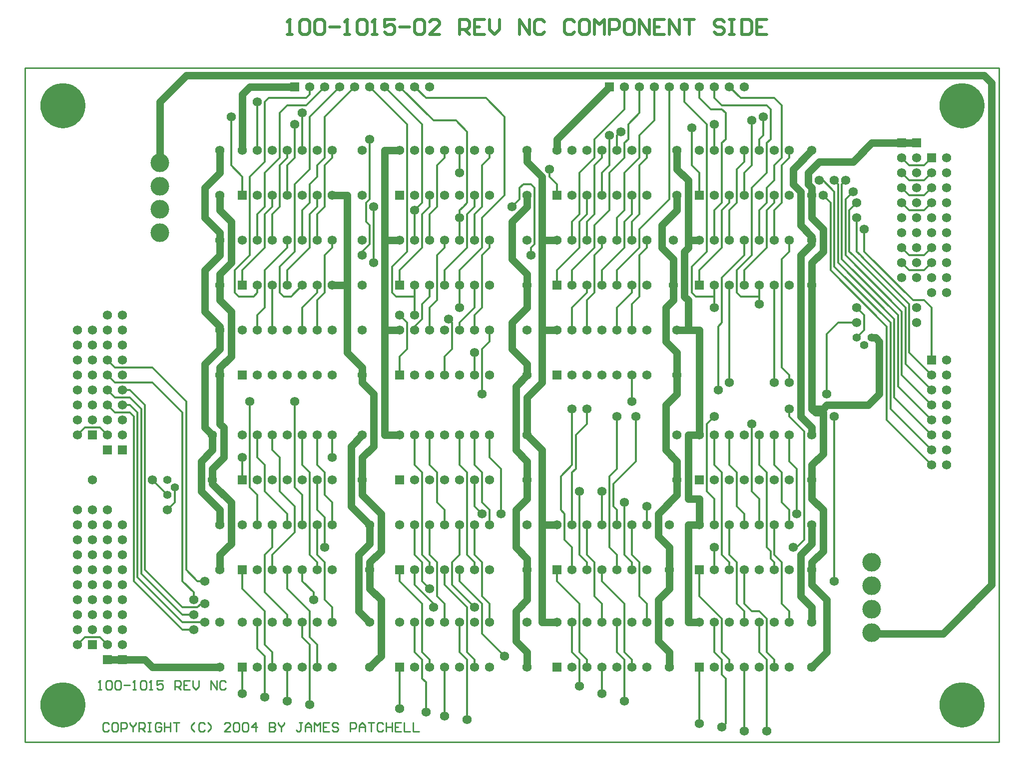
<source format=gtl>
*%FSLAX23Y23*%
*%MOIN*%
G01*
%ADD11C,0.007*%
%ADD12C,0.008*%
%ADD13C,0.010*%
%ADD14C,0.012*%
%ADD15C,0.020*%
%ADD16C,0.032*%
%ADD17C,0.036*%
%ADD18C,0.050*%
%ADD19C,0.052*%
%ADD20C,0.055*%
%ADD21C,0.056*%
%ADD22C,0.061*%
%ADD23C,0.062*%
%ADD24C,0.068*%
%ADD25C,0.070*%
%ADD26C,0.090*%
%ADD27C,0.125*%
%ADD28C,0.131*%
%ADD29C,0.140*%
%ADD30C,0.160*%
%ADD31C,0.250*%
%ADD32R,0.062X0.062*%
%ADD33R,0.068X0.068*%
D13*
X7486Y7128D02*
X7386Y7228D01*
X7046Y5828D02*
X7026D01*
X7036D02*
X7046D01*
X7036D02*
Y5888D01*
X7037D01*
X7036D02*
X7026Y5878D01*
X7076D02*
X7086Y5888D01*
X7106D01*
X7116Y5878D01*
Y5838D01*
X7106Y5828D01*
X7086D01*
X7076Y5838D01*
Y5878D01*
X7136D02*
X7146Y5888D01*
X7166D01*
X7176Y5878D01*
Y5838D01*
X7166Y5828D01*
X7146D01*
X7136Y5838D01*
Y5878D01*
X7196Y5858D02*
X7236D01*
X7256Y5828D02*
X7276D01*
X7266D01*
Y5888D01*
X7267D01*
X7266D02*
X7256Y5878D01*
X7306D02*
X7316Y5888D01*
X7336D01*
X7346Y5878D01*
Y5838D01*
X7336Y5828D01*
X7316D01*
X7306Y5838D01*
Y5878D01*
X7366Y5828D02*
X7386D01*
X7376D01*
Y5888D01*
X7377D01*
X7376D02*
X7366Y5878D01*
X7416Y5888D02*
X7456D01*
X7416D02*
Y5858D01*
X7436Y5868D01*
X7446D01*
X7456Y5858D01*
Y5838D01*
X7446Y5828D01*
X7426D01*
X7416Y5838D01*
X7536Y5828D02*
Y5888D01*
X7566D01*
X7576Y5878D01*
Y5858D01*
X7566Y5848D01*
X7536D01*
X7556D02*
X7576Y5828D01*
X7596Y5888D02*
X7636D01*
X7596D02*
Y5828D01*
X7636D01*
X7616Y5858D02*
X7596D01*
X7656Y5848D02*
Y5888D01*
Y5848D02*
X7676Y5828D01*
X7696Y5848D01*
Y5888D01*
X7776D02*
Y5828D01*
X7816D02*
X7776Y5888D01*
X7816D02*
Y5828D01*
X7876Y5878D02*
X7866Y5888D01*
X7846D01*
X7836Y5878D01*
Y5838D01*
X7846Y5828D01*
X7866D01*
X7876Y5838D01*
X7096Y5598D02*
X7086Y5608D01*
X7066D01*
X7056Y5598D01*
Y5558D01*
X7066Y5548D01*
X7086D01*
X7096Y5558D01*
X7126Y5608D02*
X7146D01*
X7126D02*
X7116Y5598D01*
Y5558D01*
X7126Y5548D01*
X7146D01*
X7156Y5558D01*
Y5598D01*
X7146Y5608D01*
X7176D02*
Y5548D01*
Y5608D02*
X7206D01*
X7216Y5598D01*
Y5578D01*
X7206Y5568D01*
X7176D01*
X7236Y5598D02*
Y5608D01*
Y5598D02*
X7256Y5578D01*
X7276Y5598D01*
Y5608D01*
X7256Y5578D02*
Y5548D01*
X7296D02*
Y5608D01*
X7326D01*
X7336Y5598D01*
Y5578D01*
X7326Y5568D01*
X7296D01*
X7316D02*
X7336Y5548D01*
X7356Y5608D02*
X7376D01*
X7366D01*
Y5548D01*
X7356D01*
X7376D01*
X7436Y5608D02*
X7446Y5598D01*
X7436Y5608D02*
X7416D01*
X7406Y5598D01*
Y5558D01*
X7416Y5548D01*
X7436D01*
X7446Y5558D01*
Y5578D01*
X7426D01*
X7466Y5608D02*
Y5548D01*
Y5578D01*
X7506D01*
Y5608D01*
Y5548D01*
X7526Y5608D02*
X7566D01*
X7546D01*
Y5548D01*
X7646Y5568D02*
X7666Y5548D01*
X7646Y5568D02*
Y5588D01*
X7666Y5608D01*
X7726D02*
X7736Y5598D01*
X7726Y5608D02*
X7706D01*
X7696Y5598D01*
Y5558D01*
X7706Y5548D01*
X7726D01*
X7736Y5558D01*
X7756Y5548D02*
X7776Y5568D01*
Y5588D01*
X7756Y5608D01*
X7866Y5548D02*
X7906D01*
X7866D02*
X7906Y5588D01*
Y5598D01*
X7896Y5608D01*
X7876D01*
X7866Y5598D01*
X7926D02*
X7936Y5608D01*
X7956D01*
X7966Y5598D01*
Y5558D01*
X7956Y5548D01*
X7936D01*
X7926Y5558D01*
Y5598D01*
X7986D02*
X7996Y5608D01*
X8016D01*
X8026Y5598D01*
Y5558D01*
X8016Y5548D01*
X7996D01*
X7986Y5558D01*
Y5598D01*
X8076Y5608D02*
Y5548D01*
X8046Y5578D02*
X8076Y5608D01*
X8086Y5578D02*
X8046D01*
X8166Y5608D02*
Y5548D01*
X8196D01*
X8206Y5558D01*
Y5568D01*
X8196Y5578D01*
X8166D01*
X8167D01*
X8166D02*
X8167D01*
X8166D02*
X8167D01*
X8166D02*
X8196D01*
X8206Y5588D01*
Y5598D01*
X8196Y5608D01*
X8166D01*
X8226D02*
Y5598D01*
X8246Y5578D01*
X8266Y5598D01*
Y5608D01*
X8246Y5578D02*
Y5548D01*
X8366Y5608D02*
X8386D01*
X8376D02*
X8366D01*
X8376D02*
Y5558D01*
X8366Y5548D01*
X8356D01*
X8346Y5558D01*
X8406Y5548D02*
Y5588D01*
X8426Y5608D01*
X8446Y5588D01*
Y5548D01*
Y5578D01*
X8406D01*
X8466Y5548D02*
Y5608D01*
X8486Y5588D01*
X8506Y5608D01*
Y5548D01*
X8526Y5608D02*
X8566D01*
X8526D02*
Y5548D01*
X8566D01*
X8546Y5578D02*
X8526D01*
X8615Y5608D02*
X8625Y5598D01*
X8615Y5608D02*
X8596D01*
X8586Y5598D01*
Y5588D01*
X8596Y5578D01*
X8615D01*
X8625Y5568D01*
Y5558D01*
X8615Y5548D01*
X8596D01*
X8586Y5558D01*
X8705Y5548D02*
Y5608D01*
X8735D01*
X8745Y5598D01*
Y5578D01*
X8735Y5568D01*
X8705D01*
X8765Y5548D02*
Y5588D01*
X8785Y5608D01*
X8805Y5588D01*
Y5548D01*
Y5578D01*
X8765D01*
X8825Y5608D02*
X8865D01*
X8845D01*
Y5548D01*
X8915Y5608D02*
X8925Y5598D01*
X8915Y5608D02*
X8895D01*
X8885Y5598D01*
Y5558D01*
X8895Y5548D01*
X8915D01*
X8925Y5558D01*
X8945Y5548D02*
Y5608D01*
Y5578D02*
Y5548D01*
Y5578D02*
X8985D01*
Y5608D01*
Y5548D01*
X9005Y5608D02*
X9045D01*
X9005D02*
Y5548D01*
X9045D01*
X9025Y5578D02*
X9005D01*
X9065Y5608D02*
Y5548D01*
X9105D01*
X9125D02*
Y5608D01*
Y5548D02*
X9165D01*
X6536Y5478D02*
Y9978D01*
X13036D02*
Y5478D01*
Y9978D02*
X6536D01*
Y5478D02*
X13036D01*
D14*
X9086Y9603D02*
X8836Y9853D01*
X8936D02*
X9186Y9603D01*
X9261Y9628D02*
X9036Y9853D01*
X9611Y9778D02*
X9736Y9653D01*
X12136Y8753D02*
X12461Y8428D01*
X12436Y8403D02*
X12136Y8703D01*
X12061Y8728D02*
X12411Y8378D01*
X12386Y8353D02*
X12011Y8728D01*
X11986Y8703D02*
X12361Y8328D01*
X12336Y8303D02*
X11961Y8678D01*
X11936Y8653D02*
X12311Y8278D01*
X12286Y8253D02*
X11911Y8628D01*
X12436Y8078D02*
X12586Y7928D01*
Y7828D02*
X12411Y8003D01*
X11036Y6453D02*
X11186Y6303D01*
X10536Y6403D02*
X10386Y6553D01*
X10236Y6403D02*
X10086Y6553D01*
X9186Y6403D02*
X9036Y6553D01*
X8286Y7003D02*
X8136Y7153D01*
X8286Y6503D02*
X8436Y6353D01*
X8286Y6328D02*
X8136Y6478D01*
Y6353D02*
X7986Y6503D01*
X12386Y7928D02*
X12586Y7728D01*
Y7628D02*
X12361Y7853D01*
X12336Y7778D02*
X12586Y7528D01*
Y7428D02*
X12311Y7703D01*
X12286Y7628D02*
X12586Y7328D01*
X11086Y9603D02*
X10936Y9753D01*
X7411Y6403D02*
X7261Y6553D01*
X9586Y6203D02*
X9736Y6053D01*
X7561Y6303D02*
X7286Y6578D01*
X9386Y6528D02*
X9536Y6378D01*
X9586Y6403D02*
X9436Y6553D01*
X9336Y6528D02*
X9486Y6378D01*
X7586Y6328D02*
X7311Y6603D01*
X9136Y6528D02*
X9261Y6403D01*
X7586Y6378D02*
X7336Y6628D01*
X7586Y7678D02*
X7386Y7878D01*
Y7978D02*
X7611Y7753D01*
X8536Y9653D02*
X8736Y9853D01*
X8636D02*
X8436Y9653D01*
X8286Y8778D02*
X8136Y8628D01*
X8411Y9728D02*
X8536Y9853D01*
X9586Y8778D02*
X9436Y8628D01*
X9586Y8978D02*
X9736Y9128D01*
X10336Y9503D02*
X10536Y9703D01*
X10336Y8778D02*
X10186Y8628D01*
X10486D02*
X10636Y8778D01*
Y8903D02*
X10836Y9103D01*
X11336Y8628D02*
X11486Y8778D01*
X11186D02*
X11036Y8628D01*
X10536Y8778D02*
X10386Y8628D01*
X10236Y8778D02*
X10086Y8628D01*
X9486Y8778D02*
X9336Y8628D01*
X9186Y8778D02*
X9036Y8628D01*
X8436Y8778D02*
X8286Y8628D01*
X8136Y8778D02*
X7986Y8628D01*
X11186Y8578D02*
X11336Y8728D01*
X10611Y7353D02*
X10461Y7203D01*
X8336Y6878D02*
X8186Y6728D01*
X6936Y6178D02*
X6886Y6128D01*
Y7528D02*
X6936Y7578D01*
X7036Y6178D02*
X7086Y6128D01*
Y7528D02*
X7036Y7578D01*
X7136Y7678D02*
X7086Y7728D01*
X7136Y7778D02*
X7086Y7828D01*
X7136Y7878D02*
X7086Y7928D01*
X7136Y7978D02*
X7086Y8028D01*
X7036Y6178D02*
X6936D01*
X7586Y6228D02*
X7661D01*
X7261Y6553D02*
Y7653D01*
X7286Y7678D02*
Y6578D01*
X7261Y7653D02*
X7236Y7678D01*
Y7728D02*
X7286Y7678D01*
X7311Y7703D02*
X7236Y7778D01*
Y7828D02*
X7336Y7728D01*
X11386Y6353D02*
X11436D01*
X7736Y6278D02*
X7586D01*
Y6328D02*
X7661D01*
X7686Y6378D02*
X7586D01*
X7711Y6403D02*
X7736D01*
X7311Y6603D02*
Y7703D01*
X7336Y7728D02*
Y6628D01*
X7411Y6403D02*
X7486Y6328D01*
X7586Y6228D01*
X7486Y7028D02*
X7536Y7078D01*
X7686Y6553D02*
X7736D01*
X7536Y7078D02*
Y7178D01*
X7586Y7678D02*
Y6553D01*
X7661Y6478D02*
Y6428D01*
X7611Y6628D02*
Y7753D01*
X7561Y6303D02*
X7586Y6278D01*
X7661Y6478D02*
X7586Y6553D01*
X7611Y6628D02*
X7686Y6553D01*
X7711Y6403D02*
X7686Y6378D01*
X11661Y6778D02*
X11686D01*
X7936Y8478D02*
Y8628D01*
X8036Y8728D02*
Y9253D01*
X7986Y7378D02*
Y7228D01*
Y6628D02*
Y6503D01*
Y8528D02*
Y8628D01*
Y9128D02*
Y9253D01*
Y5978D02*
Y5803D01*
X8036Y7178D02*
Y7753D01*
X7911Y9328D02*
Y9653D01*
X7936Y8478D02*
X7961Y8453D01*
X7986Y9253D02*
X7911Y9328D01*
X8036Y7178D02*
X8086Y7128D01*
X8061Y8453D02*
X8086Y8478D01*
X7936Y8628D02*
X8036Y8728D01*
Y9253D02*
X8136Y9353D01*
X8236Y8653D02*
Y8478D01*
X8136Y8378D02*
Y8628D01*
X8086Y8328D02*
Y8228D01*
X8186D02*
Y8528D01*
X8086Y8828D02*
Y9003D01*
X8136Y9053D02*
Y9278D01*
X8236Y9378D02*
Y9678D01*
X8086Y8528D02*
Y8478D01*
X8136Y9353D02*
Y9753D01*
X8186Y6728D02*
Y6628D01*
X8136Y7153D02*
Y7278D01*
X8186Y6928D02*
Y6778D01*
X8136Y6728D02*
Y6478D01*
Y6353D02*
Y6128D01*
X8186Y6078D02*
Y5978D01*
X8236Y9053D02*
Y9328D01*
X8186Y9003D02*
Y8828D01*
X8136Y8778D02*
Y9003D01*
X8186Y9053D02*
Y9128D01*
X8136Y6053D02*
Y5778D01*
X8086Y6103D02*
Y6278D01*
X8136Y7278D02*
Y7328D01*
X8086Y7378D02*
Y7528D01*
X8236Y7378D02*
Y7153D01*
X8186Y7428D02*
Y7528D01*
X8086Y7128D02*
Y6928D01*
Y9428D02*
Y9753D01*
X8236Y8478D02*
X8261Y8453D01*
X8136Y6128D02*
X8186Y6078D01*
X8136Y6053D02*
X8086Y6103D01*
X8136Y7328D02*
X8086Y7378D01*
X8236Y7153D02*
X8336Y7053D01*
X8236Y7378D02*
X8186Y7428D01*
X8236Y8653D02*
X8336Y8753D01*
X8136Y8378D02*
X8086Y8328D01*
Y9003D02*
X8136Y9053D01*
Y9278D02*
X8236Y9378D01*
Y9678D02*
X8286Y9728D01*
X8161Y9778D02*
X8136Y9753D01*
X8186Y6778D02*
X8136Y6728D01*
X8236Y9328D02*
X8286Y9378D01*
X8236Y9053D02*
X8186Y9003D01*
X8136D02*
X8186Y9053D01*
X8386Y9028D02*
Y8828D01*
X8436Y9078D02*
Y9203D01*
X8336D02*
Y8753D01*
X8436Y9303D02*
Y9653D01*
X8386Y9678D02*
Y9428D01*
X8336Y9378D02*
Y9603D01*
X8436Y9803D02*
Y9853D01*
X8286Y7003D02*
Y6928D01*
X8436Y6728D02*
Y7278D01*
X8386Y7328D02*
Y7528D01*
X8286Y6628D02*
Y6503D01*
X8436Y6353D02*
Y6178D01*
X8286Y6278D02*
Y6328D01*
X8436Y8778D02*
Y9003D01*
X8286Y8628D02*
Y8528D01*
Y9378D02*
Y9428D01*
Y8828D02*
Y8778D01*
X8386Y8378D02*
Y8228D01*
X8286Y9128D02*
Y9328D01*
X8436Y6128D02*
Y5728D01*
X8386Y6178D02*
Y6278D01*
X8286Y5978D02*
Y5753D01*
X8386Y6928D02*
Y7128D01*
X8336Y7053D02*
Y6878D01*
Y7178D02*
Y7753D01*
X8461Y6478D02*
Y6428D01*
X8386Y6553D02*
Y6628D01*
X8436Y6728D02*
X8486Y6678D01*
X8436Y7278D02*
X8386Y7328D01*
X8436Y6178D02*
X8486Y6128D01*
X8436D02*
X8386Y6178D01*
Y7128D02*
X8336Y7178D01*
X8386Y6553D02*
X8461Y6478D01*
X8386Y9028D02*
X8436Y9078D01*
Y9203D02*
X8486Y9253D01*
X8386Y8528D02*
X8311Y8453D01*
X8336Y9203D02*
X8436Y9303D01*
X8411Y9778D02*
X8436Y9803D01*
X8486Y9053D02*
X8436Y9003D01*
X8486Y8478D02*
X8386Y8378D01*
X8286Y9328D02*
X8336Y9378D01*
X7036Y7578D02*
X6936D01*
X8486Y9253D02*
Y9328D01*
X8536Y9378D02*
Y9653D01*
Y6978D02*
Y6778D01*
X8486Y7028D02*
Y7228D01*
Y6678D02*
Y6628D01*
Y7328D02*
Y7528D01*
X8536Y7278D02*
Y7128D01*
X8586Y7078D02*
Y6928D01*
X8486D02*
Y6728D01*
X8536Y6678D02*
Y6428D01*
X8586Y6378D02*
Y6278D01*
X8486Y6128D02*
Y5978D01*
X8536Y9053D02*
Y9328D01*
X8486Y9003D02*
Y8828D01*
X8586Y9378D02*
Y9428D01*
X8486Y9128D02*
Y9053D01*
Y8528D02*
Y8478D01*
X8536D02*
Y8728D01*
X8486Y8428D02*
Y8228D01*
X8586Y8778D02*
Y8828D01*
Y7528D02*
Y7378D01*
X8486Y7028D02*
X8536Y6978D01*
Y7278D02*
X8486Y7328D01*
X8536Y7128D02*
X8586Y7078D01*
X8486Y6728D02*
X8536Y6678D01*
Y6428D02*
X8586Y6378D01*
X8486Y9328D02*
X8536Y9378D01*
Y9328D02*
X8586Y9378D01*
X8536Y9053D02*
X8486Y9003D01*
X8586Y8778D02*
X8536Y8728D01*
Y8478D02*
X8486Y8428D01*
X7236Y7678D02*
X7136D01*
X7186Y7728D02*
X7236D01*
Y7778D02*
X7136D01*
X8861Y8678D02*
Y9053D01*
X8811Y9078D02*
Y8953D01*
X8836Y9103D02*
Y9503D01*
Y8928D02*
Y8803D01*
X8786Y8753D02*
Y8728D01*
X8836Y8928D02*
X8811Y8953D01*
Y9078D02*
X8836Y9103D01*
Y8803D02*
X8786Y8753D01*
X7236Y7828D02*
X7186D01*
X7136Y7878D02*
X7386D01*
Y7978D02*
X7136D01*
X8986Y8478D02*
Y8653D01*
X9036Y8053D02*
Y7928D01*
Y6628D02*
Y6553D01*
Y8528D02*
Y8628D01*
Y5978D02*
Y5703D01*
X9011Y8453D02*
X8986Y8478D01*
X9036Y8328D02*
X9086Y8278D01*
X8986Y8653D02*
X9086Y8753D01*
Y8103D02*
X9036Y8053D01*
X9136Y8453D02*
Y8528D01*
Y8328D01*
X9086Y8753D02*
Y9603D01*
X9186D02*
Y9078D01*
X9086Y8278D02*
Y8103D01*
X9186Y6403D02*
Y6078D01*
X9236Y6028D02*
Y5978D01*
Y6728D02*
Y6928D01*
Y7328D02*
Y7528D01*
X9136D02*
Y7328D01*
X9186Y7278D02*
Y6728D01*
X9236Y6678D02*
Y6628D01*
Y8828D02*
Y9003D01*
X9186D02*
Y8778D01*
X9236Y9053D02*
Y9128D01*
X9186Y8403D02*
Y8303D01*
X9136Y8253D02*
Y8228D01*
X9236Y8453D02*
Y8528D01*
Y8378D02*
Y8228D01*
X9211Y5878D02*
Y5678D01*
X9186Y5903D02*
Y6028D01*
X9136Y6078D02*
Y6278D01*
Y6528D02*
Y6628D01*
X9186Y6678D02*
Y6553D01*
X9136Y6728D02*
Y6928D01*
Y8828D02*
Y9028D01*
X9211Y9778D02*
X9136Y9853D01*
X9186Y6078D02*
X9236Y6028D01*
X9286Y6678D02*
X9236Y6728D01*
X9286Y7278D02*
X9236Y7328D01*
X9186Y7278D02*
X9136Y7328D01*
X9186Y6728D02*
X9211Y6703D01*
X9236Y6678D01*
X9186Y5903D02*
X9211Y5878D01*
X9186Y6028D02*
X9136Y6078D01*
X9236Y6503D02*
X9186Y6553D01*
Y6678D02*
X9136Y6728D01*
Y9028D02*
X9186Y9078D01*
X9236Y9003D02*
X9286Y9053D01*
X9236D02*
X9186Y9003D01*
X9236Y8453D02*
X9186Y8403D01*
Y8303D02*
X9136Y8253D01*
X9236Y8378D02*
X9286Y8428D01*
X11961Y8278D02*
X12086D01*
X9436Y8828D02*
Y9028D01*
Y8978D02*
Y8828D01*
Y8628D02*
Y8528D01*
Y8378D01*
X9286Y6678D02*
Y6453D01*
X9336Y6403D02*
Y6278D01*
X9436Y7328D02*
Y7528D01*
X9286Y7278D02*
Y7078D01*
X9336Y7028D02*
Y6928D01*
Y8528D02*
Y8628D01*
X9286Y9053D02*
Y9328D01*
X9336Y9378D02*
Y9428D01*
X9286Y8728D02*
Y8428D01*
X9336Y8778D02*
Y8828D01*
X9436Y8278D02*
Y8228D01*
X9386Y8278D02*
Y8103D01*
X9336Y8053D02*
Y7928D01*
X9436Y9278D02*
Y9428D01*
Y6278D02*
Y6078D01*
X9336Y5978D02*
Y5653D01*
X9386Y6528D02*
Y6678D01*
X9436Y6728D02*
Y6928D01*
Y6628D02*
Y6553D01*
X9336Y6528D02*
Y6628D01*
X9261Y6403D02*
Y6378D01*
X9486Y9553D02*
X9411Y9628D01*
X9286Y6453D02*
X9336Y6403D01*
X9486Y7278D02*
X9436Y7328D01*
X9286Y7078D02*
X9336Y7028D01*
X9386Y8278D02*
X9361Y8303D01*
X9436Y6078D02*
X9486Y6028D01*
X9436Y9028D02*
X9461Y9053D01*
X9286Y9328D02*
X9336Y9378D01*
Y8778D02*
X9286Y8728D01*
X9536Y8378D02*
X9436Y8278D01*
X9386Y8103D02*
X9336Y8053D01*
X9436Y6728D02*
X9386Y6678D01*
X8311Y8453D02*
X8261D01*
X8061D02*
X7961D01*
X9011D02*
X9136D01*
X12461Y8428D02*
X12536D01*
X11436Y8453D02*
X11311D01*
X11136D02*
X11011D01*
X9486Y9078D02*
Y9553D01*
X9586Y8978D02*
Y8778D01*
X9636Y7528D02*
Y7378D01*
X9536Y7228D02*
Y7053D01*
Y6028D02*
Y5978D01*
Y6728D02*
Y6928D01*
X9586Y6678D02*
Y6453D01*
X9636Y6403D02*
Y6278D01*
X9536Y7328D02*
Y7528D01*
X9586Y7278D02*
Y7078D01*
X9636Y7028D02*
Y6928D01*
X9486Y6728D02*
Y7278D01*
X9536Y6678D02*
Y6628D01*
X9586Y9053D02*
Y9328D01*
X9536Y9003D02*
Y8828D01*
X9636Y9378D02*
Y9428D01*
X9486Y9003D02*
Y8778D01*
X9536Y9053D02*
Y9128D01*
Y8528D02*
Y8378D01*
X9586D02*
Y8728D01*
X9536Y8328D02*
Y8228D01*
X9636Y8778D02*
Y8828D01*
X9586Y8103D02*
Y7803D01*
X9636Y8153D02*
Y8228D01*
X9536Y8078D02*
Y7928D01*
X9486Y6028D02*
Y5628D01*
X9586Y6203D02*
Y6403D01*
X9486Y6378D02*
Y6078D01*
X9711Y7303D02*
X9636Y7378D01*
X9536Y7053D02*
X9586Y7003D01*
X9486Y6078D02*
X9536Y6028D01*
X9586Y6678D02*
X9536Y6728D01*
X9586Y6453D02*
X9636Y6403D01*
X9586Y7278D02*
X9536Y7328D01*
X9586Y7078D02*
X9636Y7028D01*
X9486Y6728D02*
X9511Y6703D01*
X9536Y6678D01*
X9461Y9053D02*
X9486Y9078D01*
X9586Y9328D02*
X9636Y9378D01*
X9586Y9053D02*
X9536Y9003D01*
X9486D02*
X9536Y9053D01*
X9636Y8778D02*
X9586Y8728D01*
Y8378D02*
X9536Y8328D01*
X9636Y8153D02*
X9586Y8103D01*
X12436Y8728D02*
X12536D01*
Y8628D02*
X12436D01*
X9736Y9128D02*
Y9153D01*
Y9653D01*
X9711Y7303D02*
Y7003D01*
X9836Y9103D02*
Y9178D01*
X9861Y9203D01*
X9836Y9103D02*
X9811Y9078D01*
X9786Y9053D01*
X9911Y8778D02*
Y8728D01*
X9936Y8803D02*
Y9178D01*
X10036Y9253D02*
Y9303D01*
X9911Y9203D02*
X9936Y9178D01*
X10036Y9253D02*
X10086Y9203D01*
X9936Y8803D02*
X9911Y8778D01*
X12436Y9128D02*
X12536D01*
Y9028D02*
X12436D01*
X10186Y8953D02*
Y8828D01*
Y8628D02*
Y8528D01*
X10086Y6628D02*
Y6553D01*
Y8528D02*
Y8628D01*
X10186Y8378D02*
Y8228D01*
X10086Y9128D02*
Y9203D01*
X10186Y6278D02*
Y6078D01*
Y7328D02*
Y7703D01*
X10111Y7253D02*
Y7028D01*
X10136Y7003D02*
Y6828D01*
X10186Y6778D02*
Y6628D01*
X10211Y7303D02*
Y7528D01*
X10186Y7278D02*
Y6928D01*
Y6078D02*
X10236Y6028D01*
X10136Y7003D02*
X10111Y7028D01*
X10136Y6828D02*
X10186Y6778D01*
Y8953D02*
X10236Y9003D01*
X10286Y8478D02*
X10186Y8378D01*
Y7328D02*
X10111Y7253D01*
X10211Y7528D02*
X10286Y7603D01*
X10211Y7303D02*
X10186Y7278D01*
X11836Y9228D02*
X11861D01*
X12436Y9328D02*
X12536D01*
Y9228D02*
X12436D01*
X9911Y9203D02*
X9861D01*
X10236Y9278D02*
Y9003D01*
X10336Y9378D02*
Y9503D01*
Y8928D02*
Y8778D01*
X10386Y7153D02*
Y6928D01*
X10286Y6678D02*
Y6628D01*
X10236Y6728D02*
Y7153D01*
X10386Y6628D02*
Y6553D01*
X10286Y6728D02*
Y6928D01*
X10336Y6678D02*
Y6453D01*
X10386Y6403D02*
Y6278D01*
X10236Y6403D02*
Y6078D01*
X10286Y6028D02*
Y5978D01*
X10386Y8528D02*
Y8628D01*
X10336Y9003D02*
Y9328D01*
X10286Y8953D02*
Y8828D01*
X10386Y9378D02*
Y9428D01*
X10236Y8953D02*
Y8778D01*
X10286Y9003D02*
Y9128D01*
Y8528D02*
Y8478D01*
X10336D02*
Y8728D01*
X10286Y8428D02*
Y8228D01*
X10386Y8778D02*
Y8828D01*
Y9128D02*
Y9278D01*
Y5978D02*
Y5803D01*
X10236Y5853D02*
Y6028D01*
X10286Y7603D02*
Y7703D01*
X10236Y6728D02*
X10286Y6678D01*
Y6728D02*
X10336Y6678D01*
Y6453D02*
X10386Y6403D01*
X10236Y6078D02*
X10286Y6028D01*
X10236Y9278D02*
X10336Y9378D01*
X10436Y9028D02*
X10336Y8928D01*
Y9328D02*
X10386Y9378D01*
X10336Y9003D02*
X10286Y8953D01*
X10236D02*
X10286Y9003D01*
X10386Y8778D02*
X10336Y8728D01*
Y8478D02*
X10286Y8428D01*
X10386Y9278D02*
X10436Y9328D01*
X10536Y9703D02*
Y9853D01*
X10436Y9278D02*
Y9028D01*
X10536Y9378D02*
Y9478D01*
X10561Y9503D02*
Y9603D01*
X10486Y8978D02*
Y8828D01*
X10536Y9028D02*
Y9278D01*
X10486Y8628D02*
Y8528D01*
X10586Y6678D02*
Y6628D01*
X10536Y6728D02*
Y7078D01*
X10586Y6928D02*
Y6728D01*
X10536Y6403D02*
Y6078D01*
X10586Y6028D02*
Y5978D01*
Y8828D02*
Y8953D01*
X10536D02*
Y8778D01*
X10586Y9003D02*
Y9128D01*
Y8403D02*
Y8228D01*
X10486D02*
Y8378D01*
X10586Y8478D02*
Y8528D01*
Y7928D02*
Y7753D01*
X10436Y9328D02*
Y9528D01*
X10486D02*
Y9428D01*
X10536Y6028D02*
Y5753D01*
X10486Y6078D02*
Y6278D01*
Y7303D02*
Y7653D01*
X10436Y7253D02*
Y6778D01*
X10486Y6728D02*
Y6628D01*
X10611Y7353D02*
Y7653D01*
X10461Y7203D02*
Y7053D01*
X10486Y7028D02*
Y6928D01*
X10536Y6728D02*
X10586Y6678D01*
Y6728D02*
X10636Y6678D01*
X10536Y6078D02*
X10586Y6028D01*
X10536D02*
X10486Y6078D01*
Y6728D02*
X10436Y6778D01*
X10486Y7028D02*
X10461Y7053D01*
X10436Y9278D02*
X10536Y9378D01*
Y9478D02*
X10561Y9503D01*
Y9603D02*
X10636Y9678D01*
X10536Y9028D02*
X10486Y8978D01*
X10536Y9278D02*
X10636Y9378D01*
Y9003D02*
X10586Y8953D01*
X10536D02*
X10586Y9003D01*
X10636Y8453D02*
X10586Y8403D01*
Y8478D02*
X10486Y8378D01*
Y9528D02*
X10511Y9553D01*
X10486Y7303D02*
X10436Y7253D01*
X8411Y9728D02*
X8286D01*
X9261Y9628D02*
X9411D01*
X11186Y9728D02*
X11486D01*
X11186Y9703D02*
X11111D01*
X10636Y9678D02*
Y9853D01*
X10736D02*
Y9628D01*
X10636Y9528D02*
Y9378D01*
Y8903D02*
Y8778D01*
X10686Y7053D02*
Y6928D01*
X10636Y6678D02*
Y6453D01*
X10686Y6403D02*
Y6278D01*
X10636Y9003D02*
Y9328D01*
X10686Y9378D02*
Y9428D01*
X10636Y8728D02*
Y8453D01*
X10686Y8778D02*
Y8828D01*
X10636Y6453D02*
X10686Y6403D01*
X10636Y9528D02*
X10736Y9628D01*
X10686Y9378D02*
X10636Y9328D01*
X10686Y8778D02*
X10636Y8728D01*
X8411Y9778D02*
X8161D01*
X9211D02*
X9611D01*
X11311D02*
X11536D01*
X10836Y9853D02*
Y9103D01*
X10986Y9328D02*
Y9578D01*
Y8653D02*
Y8478D01*
X10936Y9753D02*
Y9853D01*
X10986Y9328D02*
X11036Y9278D01*
X10986Y8478D02*
X11011Y8453D01*
X10986Y8653D02*
X11086Y8753D01*
X11136Y7528D02*
Y7328D01*
X11186Y7278D02*
Y6978D01*
Y6728D01*
X11036Y6628D02*
Y6453D01*
X11186Y6303D02*
Y6078D01*
Y8778D02*
Y9028D01*
X11036Y8628D02*
Y8528D01*
Y9128D02*
Y9278D01*
X11136Y9428D02*
Y9603D01*
X11161Y8253D02*
Y7828D01*
X11186Y8278D02*
Y8578D01*
X11136Y9778D02*
Y9853D01*
X11211Y9678D02*
Y9503D01*
X11186Y9478D02*
Y9078D01*
X11136Y9028D02*
Y8828D01*
X11036Y9778D02*
Y9853D01*
X11136Y8528D02*
Y8378D01*
Y8453D02*
Y8528D01*
X11086Y8753D02*
Y9603D01*
X11211Y5903D02*
Y5603D01*
X11186Y5928D02*
Y6028D01*
X11136Y6078D02*
Y6278D01*
X11036Y5978D02*
Y5603D01*
X11086Y7153D02*
Y7603D01*
X11136Y7103D02*
Y6928D01*
Y6778D02*
Y6628D01*
X11186Y7278D02*
X11136Y7328D01*
X11186Y6728D02*
X11236Y6678D01*
X11186Y6078D02*
X11236Y6028D01*
X11186Y9728D02*
X11136Y9778D01*
X11086Y9728D02*
X11036Y9778D01*
X11086Y9728D02*
X11111Y9703D01*
X11186D02*
X11211Y9678D01*
X11186Y5928D02*
X11211Y5903D01*
X11186Y6028D02*
X11136Y6078D01*
Y7103D02*
X11086Y7153D01*
X11186Y9028D02*
X11236Y9078D01*
X11186Y8278D02*
X11161Y8253D01*
X11186Y9478D02*
X11211Y9503D01*
X11186Y9078D02*
X11136Y9028D01*
X11211Y5603D02*
X11186Y5578D01*
X11086Y7603D02*
X11136Y7653D01*
X11236Y6678D02*
Y6628D01*
Y7328D02*
Y7528D01*
X11286Y7278D02*
Y7053D01*
X11336Y7003D02*
Y6928D01*
X11236D02*
Y6728D01*
X11286Y6678D02*
Y6403D01*
X11336Y6353D02*
Y6278D01*
Y6403D02*
Y6628D01*
X11236Y6028D02*
Y5978D01*
X11336Y8528D02*
Y8628D01*
X11286Y9078D02*
Y9303D01*
X11236Y9028D02*
Y8828D01*
X11336Y9353D02*
Y9428D01*
X11236Y9128D02*
Y9078D01*
Y8528D02*
Y7878D01*
X11386Y9328D02*
Y9628D01*
X11336Y9278D02*
Y9128D01*
Y8828D02*
Y8728D01*
X11286Y8628D02*
Y8478D01*
X11386Y8728D02*
Y8828D01*
Y9178D01*
X11336Y5978D02*
Y5553D01*
X11386Y7153D02*
Y7603D01*
X11236Y7328D02*
X11286Y7278D01*
Y7053D02*
X11336Y7003D01*
X11236Y6728D02*
X11286Y6678D01*
Y6403D02*
X11336Y6353D01*
Y6403D02*
X11386Y6353D01*
X11311Y8453D02*
X11286Y8478D01*
X11311Y9778D02*
X11236Y9853D01*
X11386Y7153D02*
X11436Y7103D01*
X11286Y9303D02*
X11336Y9353D01*
X11286Y9078D02*
X11236Y9028D01*
X11336Y9278D02*
X11386Y9328D01*
Y8728D02*
X11286Y8628D01*
X11386Y9178D02*
X11486Y9278D01*
X11436Y7528D02*
Y7328D01*
X11486Y7278D02*
Y6778D01*
X11511Y6753D02*
Y6703D01*
X11536Y6678D02*
Y6628D01*
Y7328D02*
Y7528D01*
X11586Y7278D02*
Y7078D01*
X11536Y6928D02*
Y6728D01*
X11586Y6678D02*
Y6403D01*
X11486Y6303D02*
Y6078D01*
X11536Y6028D02*
Y5978D01*
X11586Y9078D02*
Y9328D01*
X11536Y9028D02*
Y8828D01*
X11486Y8778D02*
Y9028D01*
X11536Y9078D02*
Y9128D01*
Y8528D02*
Y7878D01*
X11586Y7978D02*
Y8703D01*
X11461Y9528D02*
Y9653D01*
X11436Y9503D02*
Y9428D01*
X11511Y9503D02*
Y9703D01*
X11486Y9478D02*
Y9278D01*
X11436Y8528D02*
Y8403D01*
Y8453D02*
Y8528D01*
X11586Y9378D02*
Y9728D01*
X11536Y9328D02*
Y9228D01*
X11486Y9178D02*
Y9078D01*
X11436Y9028D02*
Y8828D01*
X11486Y6028D02*
Y5553D01*
X11436Y6078D02*
Y6278D01*
Y6928D02*
Y7103D01*
X11486Y7278D02*
X11436Y7328D01*
X11486Y6778D02*
X11511Y6753D01*
Y6703D02*
X11536Y6678D01*
X11586Y7278D02*
X11536Y7328D01*
X11586Y7078D02*
X11636Y7028D01*
X11536Y6728D02*
X11586Y6678D01*
Y6403D02*
X11636Y6353D01*
X11486Y6303D02*
X11436Y6353D01*
X11486Y6078D02*
X11536Y6028D01*
X11611Y7953D02*
X11586Y7978D01*
X11511Y9703D02*
X11486Y9728D01*
X11536Y9778D02*
X11586Y9728D01*
X11436Y6078D02*
X11486Y6028D01*
X11586Y9328D02*
X11636Y9378D01*
X11586Y9078D02*
X11536Y9028D01*
X11486D02*
X11536Y9078D01*
X11636Y8753D02*
X11586Y8703D01*
X11436Y9503D02*
X11461Y9528D01*
X11486Y9478D02*
X11511Y9503D01*
X11586Y9378D02*
X11536Y9328D01*
Y9228D02*
X11486Y9178D01*
Y9078D02*
X11436Y9028D01*
X11636Y7528D02*
Y7353D01*
X11686Y7303D02*
Y7003D01*
X11636Y7028D02*
Y6928D01*
Y6353D02*
Y6278D01*
Y9378D02*
Y9428D01*
Y7928D02*
Y7878D01*
Y8753D02*
Y8828D01*
Y7703D02*
Y7653D01*
X11736Y7553D02*
Y7078D01*
Y6828D01*
X11686Y7303D02*
X11636Y7353D01*
Y7928D02*
X11611Y7953D01*
X11636Y7653D02*
X11736Y7553D01*
Y6828D02*
X11686Y6778D01*
X11986Y8703D02*
Y9178D01*
X11961Y9203D02*
Y8678D01*
X11936Y8653D02*
Y9153D01*
X11911Y9078D02*
Y8628D01*
X11886Y8203D02*
Y7803D01*
X11986Y9178D02*
Y9203D01*
X11936Y7653D02*
Y6553D01*
X11961Y9203D02*
X11936Y9228D01*
X11861D02*
X11936Y9153D01*
X11861Y9128D02*
X11911Y9078D01*
X11961Y8278D02*
X11886Y8203D01*
X11986Y9203D02*
X12011Y9228D01*
X12136Y8903D02*
Y8753D01*
X12086D02*
Y8978D01*
X12036Y9028D02*
Y8753D01*
X12011Y8728D02*
Y9103D01*
X12136Y8328D02*
Y8228D01*
X12111Y8728D02*
X12086Y8753D01*
X12111Y8728D02*
X12136Y8703D01*
X12061Y8728D02*
X12036Y8753D01*
X12086Y8378D02*
X12136Y8328D01*
Y8228D02*
X12086Y8178D01*
X12036Y9028D02*
X12086Y9078D01*
X12011Y9103D02*
X12061Y9153D01*
X12361Y8328D02*
Y7853D01*
X12336Y7778D02*
Y8303D01*
X12311Y8278D02*
Y7703D01*
X12286Y7628D02*
Y8253D01*
X12436Y8403D02*
Y8078D01*
X12411Y8003D02*
Y8378D01*
X12386Y8353D02*
Y7928D01*
X12586Y8378D02*
X12536Y8428D01*
X12436Y9328D02*
X12386Y9378D01*
Y9278D02*
X12436Y9228D01*
X12386Y9178D02*
X12436Y9128D01*
X12386Y9078D02*
X12436Y9028D01*
X12386Y8778D02*
X12436Y8728D01*
X12386Y8678D02*
X12436Y8628D01*
X12536Y9328D02*
X12586Y9378D01*
Y9278D02*
X12536Y9228D01*
X12586Y9178D02*
X12536Y9128D01*
X12586Y9078D02*
X12536Y9028D01*
X12586Y8778D02*
X12536Y8728D01*
X12586Y8678D02*
X12536Y8628D01*
X12586Y8378D02*
Y8028D01*
D15*
X8319Y10203D02*
X8286D01*
X8303D02*
X8319D01*
X8303D02*
Y10303D01*
X8304D01*
X8303D02*
X8286Y10286D01*
X8369D02*
X8386Y10303D01*
X8419D01*
X8436Y10286D01*
Y10220D01*
X8419Y10203D01*
X8386D01*
X8369Y10220D01*
Y10286D01*
X8469D02*
X8486Y10303D01*
X8519D01*
X8536Y10286D01*
Y10220D01*
X8519Y10203D01*
X8486D01*
X8469Y10220D01*
Y10286D01*
X8569Y10253D02*
X8636D01*
X8669Y10203D02*
X8703D01*
X8686D01*
Y10303D01*
X8687D01*
X8686D02*
X8669Y10286D01*
X8753D02*
X8769Y10303D01*
X8802D01*
X8819Y10286D01*
Y10220D01*
X8802Y10203D01*
X8769D01*
X8753Y10220D01*
Y10286D01*
X8852Y10203D02*
X8886D01*
X8869D01*
Y10303D01*
X8870D01*
X8869D02*
X8852Y10286D01*
X8936Y10303D02*
X9002D01*
X8936D02*
Y10253D01*
X8969Y10270D01*
X8986D01*
X9002Y10253D01*
Y10220D01*
X8986Y10203D01*
X8952D01*
X8936Y10220D01*
X9036Y10253D02*
X9102D01*
X9136Y10286D02*
X9152Y10303D01*
X9186D01*
X9202Y10286D01*
Y10220D01*
X9186Y10203D01*
X9152D01*
X9136Y10220D01*
Y10286D01*
X9236Y10203D02*
X9302D01*
X9236D02*
X9302Y10270D01*
Y10286D01*
X9286Y10303D01*
X9252D01*
X9236Y10286D01*
X9436Y10303D02*
Y10203D01*
Y10303D02*
X9486D01*
X9502Y10286D01*
Y10253D01*
X9486Y10236D01*
X9436D01*
X9469D02*
X9502Y10203D01*
X9536Y10303D02*
X9602D01*
X9536D02*
Y10203D01*
X9602D01*
X9569Y10253D02*
X9536D01*
X9636Y10236D02*
Y10303D01*
Y10236D02*
X9669Y10203D01*
X9702Y10236D01*
Y10303D01*
X9835D02*
Y10203D01*
X9902D02*
X9835Y10303D01*
X9902D02*
Y10203D01*
X10002Y10286D02*
X9985Y10303D01*
X9952D01*
X9935Y10286D01*
Y10220D01*
X9952Y10203D01*
X9985D01*
X10002Y10220D01*
X10185Y10303D02*
X10202Y10286D01*
X10185Y10303D02*
X10152D01*
X10135Y10286D01*
Y10220D01*
X10152Y10203D01*
X10185D01*
X10202Y10220D01*
X10252Y10303D02*
X10285D01*
X10252D02*
X10235Y10286D01*
Y10220D01*
X10252Y10203D01*
X10285D01*
X10302Y10220D01*
Y10286D01*
X10285Y10303D01*
X10335D02*
Y10203D01*
X10369Y10270D02*
X10335Y10303D01*
X10369Y10270D02*
X10402Y10303D01*
Y10203D01*
X10435D02*
Y10303D01*
X10485D01*
X10502Y10286D01*
Y10253D01*
X10485Y10236D01*
X10435D01*
X10552Y10303D02*
X10585D01*
X10552D02*
X10535Y10286D01*
Y10220D01*
X10552Y10203D01*
X10585D01*
X10602Y10220D01*
Y10286D01*
X10585Y10303D01*
X10635D02*
Y10203D01*
X10702D02*
X10635Y10303D01*
X10702D02*
Y10203D01*
X10735Y10303D02*
X10802D01*
X10735D02*
Y10203D01*
X10802D01*
X10769Y10253D02*
X10735D01*
X10835Y10203D02*
Y10303D01*
X10902Y10203D01*
Y10303D01*
X10935D02*
X11002D01*
X10968D01*
Y10203D01*
X11185Y10303D02*
X11202Y10286D01*
X11185Y10303D02*
X11152D01*
X11135Y10286D01*
Y10270D01*
X11152Y10253D01*
X11185D01*
X11202Y10236D01*
Y10220D01*
X11185Y10203D01*
X11152D01*
X11135Y10220D01*
X11235Y10303D02*
X11268D01*
X11252D01*
Y10203D01*
X11235D01*
X11268D01*
X11318D02*
Y10303D01*
Y10203D02*
X11368D01*
X11385Y10220D01*
Y10286D01*
X11368Y10303D01*
X11318D01*
X11418D02*
X11485D01*
X11418D02*
Y10203D01*
X11485D01*
X11452Y10253D02*
X11418D01*
D18*
X12211Y8178D02*
X12236Y8153D01*
X8786Y7978D02*
X8686Y8078D01*
X9811Y6153D02*
X9886Y6078D01*
Y6703D02*
X9811Y6778D01*
X9886Y7353D02*
X9811Y7428D01*
X9886Y8003D02*
X9786Y8103D01*
X9886Y8603D02*
X9786Y8703D01*
X9986Y9253D02*
X9886Y9353D01*
Y7528D02*
X9911Y7503D01*
X9986Y7428D01*
X10961Y9228D02*
X10886Y9303D01*
X10811Y8153D02*
X10886Y8078D01*
X10811Y7428D02*
X10886Y7353D01*
X10761Y6853D02*
X10836Y6778D01*
X10761Y6153D02*
X10836Y6078D01*
X11786Y7578D02*
X11711Y7653D01*
X11786Y8853D02*
X11711Y8928D01*
X11786Y8978D02*
X11861Y8903D01*
X11786Y7703D02*
X11811Y7678D01*
X11786Y7103D02*
X11861Y7028D01*
X11711Y6453D02*
X11786Y6378D01*
X11886Y6428D02*
X11786Y6528D01*
X8836Y6928D02*
X8711Y7053D01*
X8861Y7803D02*
X8786Y7878D01*
Y7128D02*
X8911Y7003D01*
X8761Y6353D02*
X8836Y6278D01*
X8911Y6428D02*
X8836Y6503D01*
X12936Y9928D02*
X12986Y9878D01*
X7911Y8953D02*
X7836Y9028D01*
X7736Y8978D02*
X7836Y8878D01*
X7736Y8353D02*
X7836Y8253D01*
X7911Y8353D02*
X7836Y8428D01*
X7736Y7578D02*
X7786Y7528D01*
X7836Y7603D02*
X7861Y7578D01*
X7711Y7153D02*
X7836Y7028D01*
X7911Y7078D02*
X7786Y7203D01*
X10786Y8778D02*
X10861Y8703D01*
X10936Y8453D02*
X10961Y8428D01*
X7386Y5978D02*
X7336Y6028D01*
X11761Y9203D02*
X11786Y9178D01*
X11711Y9153D02*
X11661Y9203D01*
X9886Y6428D02*
X9811Y6353D01*
Y7028D02*
X9886Y7103D01*
X9811Y7853D02*
X9886Y7928D01*
X9786Y8278D02*
X9886Y8378D01*
X9786Y8953D02*
X9886Y9053D01*
X9986Y7878D02*
X9886Y7778D01*
X10811Y7728D02*
X10886Y7803D01*
Y7128D02*
X10761Y7003D01*
X10836Y6503D02*
X10761Y6428D01*
X11711Y8728D02*
X11786Y8803D01*
X11861Y8753D02*
X11786Y8678D01*
X11861Y7403D02*
X11786Y7328D01*
X11861Y6753D02*
X11786Y6678D01*
X11711Y6728D02*
X11786Y6803D01*
X11886Y6078D02*
X11786Y5978D01*
X8786Y7528D02*
X8711Y7453D01*
X8786Y7378D02*
X8861Y7453D01*
X8911Y6753D02*
X8836Y6678D01*
X8761Y6728D02*
X8836Y6803D01*
X8911Y6053D02*
X8886Y6028D01*
X8836Y5978D01*
X12661Y6203D02*
X12986Y6528D01*
X7611Y9928D02*
X7436Y9753D01*
X7911Y8678D02*
X7836Y8603D01*
X7736Y9178D02*
X7836Y9278D01*
Y8728D02*
X7736Y8628D01*
X7911Y8053D02*
X7836Y7978D01*
X7736Y8003D02*
X7836Y8103D01*
X7861Y7378D02*
X7786Y7303D01*
X7711Y7353D02*
X7786Y7428D01*
X7911Y6803D02*
X7886Y6778D01*
X7836Y6728D01*
X10786Y8928D02*
X10886Y9028D01*
X10861Y8428D02*
X10811Y8378D01*
X10936Y8753D02*
X10961Y8778D01*
X11886Y7728D02*
X11861Y7703D01*
X12161Y7728D02*
X12236Y7803D01*
X11761Y9278D02*
X11836Y9353D01*
X12061D02*
X12186Y9478D01*
X11786Y9428D02*
X11661Y9303D01*
X8036Y9853D02*
X7986Y9803D01*
X10086Y9503D02*
X10436Y9853D01*
X7836Y5978D02*
X7386D01*
X7336Y6028D02*
X7186D01*
X7086D01*
X12186Y6203D02*
X12661D01*
X10086Y6278D02*
X9986D01*
X10961D02*
X11036D01*
X7436Y9346D02*
Y9753D01*
X7836Y8603D02*
Y8528D01*
Y9028D02*
Y9128D01*
Y9278D02*
Y9428D01*
X7736Y9178D02*
Y8978D01*
X7836Y8878D02*
Y8828D01*
Y8253D02*
Y8228D01*
X7736Y8353D02*
Y8628D01*
X7836Y8728D02*
Y8828D01*
Y8528D02*
Y8428D01*
Y7978D02*
Y7928D01*
Y8103D02*
Y8228D01*
X7736Y8003D02*
Y7578D01*
X7786Y7303D02*
Y7228D01*
X7861Y7378D02*
Y7578D01*
X7836Y7603D02*
Y7928D01*
X7711Y7353D02*
Y7153D01*
X7786Y7428D02*
Y7528D01*
Y7228D02*
Y7203D01*
X7836Y7028D02*
Y6928D01*
Y6728D02*
Y6628D01*
X9986Y6928D02*
X10086D01*
X10961D02*
X11036D01*
X7911Y8678D02*
Y8953D01*
Y8353D02*
Y8053D01*
Y7078D02*
Y6803D01*
X7986Y9428D02*
Y9803D01*
X10961Y7103D02*
X11036D01*
X9036Y7528D02*
X8936D01*
X10961D02*
X11036D01*
X11786Y7703D02*
X11861D01*
X11886Y7728D02*
X12161D01*
X11861Y7678D02*
X11811D01*
X8786Y7928D02*
Y7978D01*
X8686Y8078D02*
Y8528D01*
Y9128D01*
X8711Y7453D02*
Y7053D01*
X8786Y7878D02*
Y7928D01*
X8861Y7803D02*
Y7453D01*
X8786Y7378D02*
Y7228D01*
Y7128D01*
X8836Y6678D02*
Y6628D01*
Y6803D02*
Y6928D01*
X8761Y6728D02*
Y6353D01*
X8836Y6503D02*
Y6628D01*
X8936Y7528D02*
Y8228D01*
Y8828D02*
Y9428D01*
Y8828D02*
Y8228D01*
X8911Y7003D02*
Y6753D01*
Y6428D02*
Y6053D01*
X12186Y8178D02*
X12211D01*
X9036Y8228D02*
X8936D01*
X9986D02*
X10086D01*
X10886D02*
X11036D01*
X8686Y8528D02*
X8586D01*
X9811Y6353D02*
Y6153D01*
Y6778D02*
Y7028D01*
Y7428D02*
Y7853D01*
X9786Y8103D02*
Y8278D01*
Y8703D02*
Y8953D01*
X9036Y8828D02*
X8936D01*
X9986D02*
X10086D01*
X10961D02*
X11036D01*
X9886Y6078D02*
Y5978D01*
Y6428D02*
Y6628D01*
Y6703D01*
Y7103D02*
Y7228D01*
Y7353D01*
Y7928D02*
Y8003D01*
Y8378D02*
Y8528D01*
Y8603D01*
Y9053D02*
Y9128D01*
Y9353D02*
Y9428D01*
X9986Y9253D02*
Y8828D01*
Y8228D01*
Y7878D01*
X9886Y7778D02*
Y7528D01*
X9986Y7428D02*
Y6928D01*
Y6278D01*
X8686Y9128D02*
X8586D01*
X10086Y9428D02*
Y9503D01*
X11836Y9353D02*
X12061D01*
X9036Y9428D02*
X8936D01*
X12186Y9478D02*
X12386D01*
X12486D01*
X10811Y8378D02*
Y8153D01*
Y7728D02*
Y7428D01*
X10761Y7003D02*
Y6853D01*
Y6428D02*
Y6153D01*
X10786Y8778D02*
Y8928D01*
X12936Y9928D02*
X7611D01*
X8036Y9853D02*
X8336D01*
X10961Y9228D02*
Y8828D01*
X10886Y9303D02*
Y9428D01*
Y9128D02*
Y9028D01*
Y8078D02*
Y7928D01*
Y7803D01*
Y7353D02*
Y7228D01*
Y7128D01*
X10836Y6778D02*
Y6628D01*
Y6503D01*
Y6078D02*
Y5978D01*
X10961Y7103D02*
Y7528D01*
Y6928D02*
Y6278D01*
X10861Y8528D02*
Y8703D01*
Y8528D02*
Y8428D01*
X10961Y8778D02*
Y8828D01*
X10936Y8753D02*
Y8453D01*
X10961Y8428D02*
Y8228D01*
X11036D02*
Y7528D01*
Y7103D02*
Y6928D01*
X11786Y7528D02*
Y7578D01*
X11711Y7653D02*
Y8728D01*
X11786Y8803D02*
Y8828D01*
Y8853D01*
Y8978D02*
Y9128D01*
Y8678D02*
Y8528D01*
Y7703D01*
Y7328D02*
Y7228D01*
Y7103D01*
Y6678D02*
Y6628D01*
Y6803D02*
Y6928D01*
X11711Y6728D02*
Y6453D01*
X11786Y6378D02*
Y6278D01*
Y6528D02*
Y6628D01*
Y9128D02*
Y9178D01*
X11761Y9203D02*
Y9278D01*
X11711Y9153D02*
Y8928D01*
X11661Y9203D02*
Y9303D01*
X11861Y8903D02*
Y8753D01*
Y7028D02*
Y6753D01*
X11886Y6428D02*
Y6078D01*
X11861Y7403D02*
Y7678D01*
X12186Y6210D02*
Y6203D01*
X12236Y7803D02*
Y8153D01*
X12986Y6528D02*
Y9878D01*
X12661Y9728D02*
X12662D01*
X12661D02*
X12661Y9718D01*
X12663Y9708D01*
X12665Y9698D01*
X12667Y9688D01*
X12671Y9679D01*
X12675Y9670D01*
X12680Y9661D01*
X12686Y9653D01*
X12692Y9645D01*
X12699Y9638D01*
X12707Y9631D01*
X12715Y9625D01*
X12724Y9620D01*
X12732Y9615D01*
X12742Y9611D01*
X12751Y9608D01*
X12761Y9606D01*
X12771Y9604D01*
X12781Y9603D01*
X12791D01*
X12801Y9604D01*
X12811Y9606D01*
X12821Y9608D01*
X12830Y9611D01*
X12840Y9615D01*
X12848Y9620D01*
X12857Y9625D01*
X12865Y9631D01*
X12873Y9638D01*
X12880Y9645D01*
X12886Y9653D01*
X12892Y9661D01*
X12897Y9670D01*
X12901Y9679D01*
X12905Y9688D01*
X12907Y9698D01*
X12909Y9708D01*
X12911Y9718D01*
X12911Y9728D01*
X12912D01*
X12911D02*
X12911Y9738D01*
X12909Y9748D01*
X12907Y9758D01*
X12905Y9768D01*
X12901Y9777D01*
X12897Y9786D01*
X12892Y9795D01*
X12886Y9803D01*
X12880Y9811D01*
X12873Y9818D01*
X12865Y9825D01*
X12857Y9831D01*
X12848Y9836D01*
X12840Y9841D01*
X12830Y9845D01*
X12821Y9848D01*
X12811Y9850D01*
X12801Y9852D01*
X12791Y9853D01*
X12781D01*
X12771Y9852D01*
X12761Y9850D01*
X12751Y9848D01*
X12742Y9845D01*
X12732Y9841D01*
X12724Y9836D01*
X12715Y9831D01*
X12707Y9825D01*
X12699Y9818D01*
X12692Y9811D01*
X12686Y9803D01*
X12680Y9795D01*
X12675Y9786D01*
X12671Y9777D01*
X12667Y9768D01*
X12665Y9758D01*
X12663Y9748D01*
X12661Y9738D01*
X12661Y9728D01*
X12709D02*
X12710D01*
X12709D02*
X12710Y9719D01*
X12711Y9710D01*
X12714Y9702D01*
X12717Y9693D01*
X12722Y9686D01*
X12727Y9679D01*
X12733Y9672D01*
X12740Y9666D01*
X12748Y9661D01*
X12756Y9657D01*
X12764Y9654D01*
X12773Y9652D01*
X12782Y9651D01*
X12790D01*
X12799Y9652D01*
X12808Y9654D01*
X12816Y9657D01*
X12824Y9661D01*
X12832Y9666D01*
X12839Y9672D01*
X12845Y9679D01*
X12850Y9686D01*
X12855Y9693D01*
X12858Y9702D01*
X12861Y9710D01*
X12862Y9719D01*
X12863Y9728D01*
X12864D01*
X12863D02*
X12862Y9737D01*
X12861Y9746D01*
X12858Y9754D01*
X12855Y9763D01*
X12850Y9770D01*
X12845Y9777D01*
X12839Y9784D01*
X12832Y9790D01*
X12824Y9795D01*
X12816Y9799D01*
X12808Y9802D01*
X12799Y9804D01*
X12790Y9805D01*
X12782D01*
X12773Y9804D01*
X12764Y9802D01*
X12756Y9799D01*
X12748Y9795D01*
X12740Y9790D01*
X12733Y9784D01*
X12727Y9777D01*
X12722Y9770D01*
X12717Y9763D01*
X12714Y9754D01*
X12711Y9746D01*
X12710Y9737D01*
X12709Y9728D01*
X12757D02*
X12758D01*
X12757D02*
X12758Y9722D01*
X12760Y9716D01*
X12763Y9711D01*
X12767Y9706D01*
X12772Y9703D01*
X12777Y9700D01*
X12783Y9699D01*
X12789D01*
X12795Y9700D01*
X12800Y9703D01*
X12805Y9706D01*
X12809Y9711D01*
X12812Y9716D01*
X12814Y9722D01*
X12815Y9728D01*
X12816D01*
X12815D02*
X12814Y9734D01*
X12812Y9740D01*
X12809Y9745D01*
X12805Y9750D01*
X12800Y9753D01*
X12795Y9756D01*
X12789Y9757D01*
X12783D01*
X12777Y9756D01*
X12772Y9753D01*
X12767Y9750D01*
X12763Y9745D01*
X12760Y9740D01*
X12758Y9734D01*
X12757Y9728D01*
X12786D02*
D03*
X12661Y5728D02*
X12662D01*
X12661D02*
X12661Y5718D01*
X12663Y5708D01*
X12665Y5698D01*
X12667Y5688D01*
X12671Y5679D01*
X12675Y5670D01*
X12680Y5661D01*
X12686Y5653D01*
X12692Y5645D01*
X12699Y5638D01*
X12707Y5631D01*
X12715Y5625D01*
X12724Y5620D01*
X12732Y5615D01*
X12742Y5611D01*
X12751Y5608D01*
X12761Y5606D01*
X12771Y5604D01*
X12781Y5603D01*
X12791D01*
X12801Y5604D01*
X12811Y5606D01*
X12821Y5608D01*
X12830Y5611D01*
X12840Y5615D01*
X12848Y5620D01*
X12857Y5625D01*
X12865Y5631D01*
X12873Y5638D01*
X12880Y5645D01*
X12886Y5653D01*
X12892Y5661D01*
X12897Y5670D01*
X12901Y5679D01*
X12905Y5688D01*
X12907Y5698D01*
X12909Y5708D01*
X12911Y5718D01*
X12911Y5728D01*
X12912D01*
X12911D02*
X12911Y5738D01*
X12909Y5748D01*
X12907Y5758D01*
X12905Y5768D01*
X12901Y5777D01*
X12897Y5786D01*
X12892Y5795D01*
X12886Y5803D01*
X12880Y5811D01*
X12873Y5818D01*
X12865Y5825D01*
X12857Y5831D01*
X12848Y5836D01*
X12840Y5841D01*
X12830Y5845D01*
X12821Y5848D01*
X12811Y5850D01*
X12801Y5852D01*
X12791Y5853D01*
X12781D01*
X12771Y5852D01*
X12761Y5850D01*
X12751Y5848D01*
X12742Y5845D01*
X12732Y5841D01*
X12724Y5836D01*
X12715Y5831D01*
X12707Y5825D01*
X12699Y5818D01*
X12692Y5811D01*
X12686Y5803D01*
X12680Y5795D01*
X12675Y5786D01*
X12671Y5777D01*
X12667Y5768D01*
X12665Y5758D01*
X12663Y5748D01*
X12661Y5738D01*
X12661Y5728D01*
X12709D02*
X12710D01*
X12709D02*
X12710Y5719D01*
X12711Y5710D01*
X12714Y5702D01*
X12717Y5693D01*
X12722Y5686D01*
X12727Y5679D01*
X12733Y5672D01*
X12740Y5666D01*
X12748Y5661D01*
X12756Y5657D01*
X12764Y5654D01*
X12773Y5652D01*
X12782Y5651D01*
X12790D01*
X12799Y5652D01*
X12808Y5654D01*
X12816Y5657D01*
X12824Y5661D01*
X12832Y5666D01*
X12839Y5672D01*
X12845Y5679D01*
X12850Y5686D01*
X12855Y5693D01*
X12858Y5702D01*
X12861Y5710D01*
X12862Y5719D01*
X12863Y5728D01*
X12864D01*
X12863D02*
X12862Y5737D01*
X12861Y5746D01*
X12858Y5754D01*
X12855Y5763D01*
X12850Y5770D01*
X12845Y5777D01*
X12839Y5784D01*
X12832Y5790D01*
X12824Y5795D01*
X12816Y5799D01*
X12808Y5802D01*
X12799Y5804D01*
X12790Y5805D01*
X12782D01*
X12773Y5804D01*
X12764Y5802D01*
X12756Y5799D01*
X12748Y5795D01*
X12740Y5790D01*
X12733Y5784D01*
X12727Y5777D01*
X12722Y5770D01*
X12717Y5763D01*
X12714Y5754D01*
X12711Y5746D01*
X12710Y5737D01*
X12709Y5728D01*
X12757D02*
X12758D01*
X12757D02*
X12758Y5722D01*
X12760Y5716D01*
X12763Y5711D01*
X12767Y5706D01*
X12772Y5703D01*
X12777Y5700D01*
X12783Y5699D01*
X12789D01*
X12795Y5700D01*
X12800Y5703D01*
X12805Y5706D01*
X12809Y5711D01*
X12812Y5716D01*
X12814Y5722D01*
X12815Y5728D01*
X12816D01*
X12815D02*
X12814Y5734D01*
X12812Y5740D01*
X12809Y5745D01*
X12805Y5750D01*
X12800Y5753D01*
X12795Y5756D01*
X12789Y5757D01*
X12783D01*
X12777Y5756D01*
X12772Y5753D01*
X12767Y5750D01*
X12763Y5745D01*
X12760Y5740D01*
X12758Y5734D01*
X12757Y5728D01*
X12786D02*
D03*
X6661Y9728D02*
X6662D01*
X6661D02*
X6661Y9718D01*
X6663Y9708D01*
X6665Y9698D01*
X6667Y9688D01*
X6671Y9679D01*
X6675Y9670D01*
X6680Y9661D01*
X6686Y9653D01*
X6692Y9645D01*
X6699Y9638D01*
X6707Y9631D01*
X6715Y9625D01*
X6724Y9620D01*
X6732Y9615D01*
X6742Y9611D01*
X6751Y9608D01*
X6761Y9606D01*
X6771Y9604D01*
X6781Y9603D01*
X6791D01*
X6801Y9604D01*
X6811Y9606D01*
X6821Y9608D01*
X6830Y9611D01*
X6840Y9615D01*
X6848Y9620D01*
X6857Y9625D01*
X6865Y9631D01*
X6873Y9638D01*
X6880Y9645D01*
X6886Y9653D01*
X6892Y9661D01*
X6897Y9670D01*
X6901Y9679D01*
X6905Y9688D01*
X6907Y9698D01*
X6909Y9708D01*
X6911Y9718D01*
X6911Y9728D01*
X6912D01*
X6911D02*
X6911Y9738D01*
X6909Y9748D01*
X6907Y9758D01*
X6905Y9768D01*
X6901Y9777D01*
X6897Y9786D01*
X6892Y9795D01*
X6886Y9803D01*
X6880Y9811D01*
X6873Y9818D01*
X6865Y9825D01*
X6857Y9831D01*
X6848Y9836D01*
X6840Y9841D01*
X6830Y9845D01*
X6821Y9848D01*
X6811Y9850D01*
X6801Y9852D01*
X6791Y9853D01*
X6781D01*
X6771Y9852D01*
X6761Y9850D01*
X6751Y9848D01*
X6742Y9845D01*
X6732Y9841D01*
X6724Y9836D01*
X6715Y9831D01*
X6707Y9825D01*
X6699Y9818D01*
X6692Y9811D01*
X6686Y9803D01*
X6680Y9795D01*
X6675Y9786D01*
X6671Y9777D01*
X6667Y9768D01*
X6665Y9758D01*
X6663Y9748D01*
X6661Y9738D01*
X6661Y9728D01*
X6709D02*
X6710D01*
X6709D02*
X6710Y9719D01*
X6711Y9710D01*
X6714Y9702D01*
X6717Y9693D01*
X6722Y9686D01*
X6727Y9679D01*
X6733Y9672D01*
X6740Y9666D01*
X6748Y9661D01*
X6756Y9657D01*
X6764Y9654D01*
X6773Y9652D01*
X6782Y9651D01*
X6790D01*
X6799Y9652D01*
X6808Y9654D01*
X6816Y9657D01*
X6824Y9661D01*
X6832Y9666D01*
X6839Y9672D01*
X6845Y9679D01*
X6850Y9686D01*
X6855Y9693D01*
X6858Y9702D01*
X6861Y9710D01*
X6862Y9719D01*
X6863Y9728D01*
X6864D01*
X6863D02*
X6862Y9737D01*
X6861Y9746D01*
X6858Y9754D01*
X6855Y9763D01*
X6850Y9770D01*
X6845Y9777D01*
X6839Y9784D01*
X6832Y9790D01*
X6824Y9795D01*
X6816Y9799D01*
X6808Y9802D01*
X6799Y9804D01*
X6790Y9805D01*
X6782D01*
X6773Y9804D01*
X6764Y9802D01*
X6756Y9799D01*
X6748Y9795D01*
X6740Y9790D01*
X6733Y9784D01*
X6727Y9777D01*
X6722Y9770D01*
X6717Y9763D01*
X6714Y9754D01*
X6711Y9746D01*
X6710Y9737D01*
X6709Y9728D01*
X6757D02*
X6758D01*
X6757D02*
X6758Y9722D01*
X6760Y9716D01*
X6763Y9711D01*
X6767Y9706D01*
X6772Y9703D01*
X6777Y9700D01*
X6783Y9699D01*
X6789D01*
X6795Y9700D01*
X6800Y9703D01*
X6805Y9706D01*
X6809Y9711D01*
X6812Y9716D01*
X6814Y9722D01*
X6815Y9728D01*
X6816D01*
X6815D02*
X6814Y9734D01*
X6812Y9740D01*
X6809Y9745D01*
X6805Y9750D01*
X6800Y9753D01*
X6795Y9756D01*
X6789Y9757D01*
X6783D01*
X6777Y9756D01*
X6772Y9753D01*
X6767Y9750D01*
X6763Y9745D01*
X6760Y9740D01*
X6758Y9734D01*
X6757Y9728D01*
X6786D02*
D03*
X6661Y5728D02*
X6662D01*
X6661D02*
X6661Y5718D01*
X6663Y5708D01*
X6665Y5698D01*
X6667Y5688D01*
X6671Y5679D01*
X6675Y5670D01*
X6680Y5661D01*
X6686Y5653D01*
X6692Y5645D01*
X6699Y5638D01*
X6707Y5631D01*
X6715Y5625D01*
X6724Y5620D01*
X6732Y5615D01*
X6742Y5611D01*
X6751Y5608D01*
X6761Y5606D01*
X6771Y5604D01*
X6781Y5603D01*
X6791D01*
X6801Y5604D01*
X6811Y5606D01*
X6821Y5608D01*
X6830Y5611D01*
X6840Y5615D01*
X6848Y5620D01*
X6857Y5625D01*
X6865Y5631D01*
X6873Y5638D01*
X6880Y5645D01*
X6886Y5653D01*
X6892Y5661D01*
X6897Y5670D01*
X6901Y5679D01*
X6905Y5688D01*
X6907Y5698D01*
X6909Y5708D01*
X6911Y5718D01*
X6911Y5728D01*
X6912D01*
X6911D02*
X6911Y5738D01*
X6909Y5748D01*
X6907Y5758D01*
X6905Y5768D01*
X6901Y5777D01*
X6897Y5786D01*
X6892Y5795D01*
X6886Y5803D01*
X6880Y5811D01*
X6873Y5818D01*
X6865Y5825D01*
X6857Y5831D01*
X6848Y5836D01*
X6840Y5841D01*
X6830Y5845D01*
X6821Y5848D01*
X6811Y5850D01*
X6801Y5852D01*
X6791Y5853D01*
X6781D01*
X6771Y5852D01*
X6761Y5850D01*
X6751Y5848D01*
X6742Y5845D01*
X6732Y5841D01*
X6724Y5836D01*
X6715Y5831D01*
X6707Y5825D01*
X6699Y5818D01*
X6692Y5811D01*
X6686Y5803D01*
X6680Y5795D01*
X6675Y5786D01*
X6671Y5777D01*
X6667Y5768D01*
X6665Y5758D01*
X6663Y5748D01*
X6661Y5738D01*
X6661Y5728D01*
X6709D02*
X6710D01*
X6709D02*
X6710Y5719D01*
X6711Y5710D01*
X6714Y5702D01*
X6717Y5693D01*
X6722Y5686D01*
X6727Y5679D01*
X6733Y5672D01*
X6740Y5666D01*
X6748Y5661D01*
X6756Y5657D01*
X6764Y5654D01*
X6773Y5652D01*
X6782Y5651D01*
X6790D01*
X6799Y5652D01*
X6808Y5654D01*
X6816Y5657D01*
X6824Y5661D01*
X6832Y5666D01*
X6839Y5672D01*
X6845Y5679D01*
X6850Y5686D01*
X6855Y5693D01*
X6858Y5702D01*
X6861Y5710D01*
X6862Y5719D01*
X6863Y5728D01*
X6864D01*
X6863D02*
X6862Y5737D01*
X6861Y5746D01*
X6858Y5754D01*
X6855Y5763D01*
X6850Y5770D01*
X6845Y5777D01*
X6839Y5784D01*
X6832Y5790D01*
X6824Y5795D01*
X6816Y5799D01*
X6808Y5802D01*
X6799Y5804D01*
X6790Y5805D01*
X6782D01*
X6773Y5804D01*
X6764Y5802D01*
X6756Y5799D01*
X6748Y5795D01*
X6740Y5790D01*
X6733Y5784D01*
X6727Y5777D01*
X6722Y5770D01*
X6717Y5763D01*
X6714Y5754D01*
X6711Y5746D01*
X6710Y5737D01*
X6709Y5728D01*
X6757D02*
X6758D01*
X6757D02*
X6758Y5722D01*
X6760Y5716D01*
X6763Y5711D01*
X6767Y5706D01*
X6772Y5703D01*
X6777Y5700D01*
X6783Y5699D01*
X6789D01*
X6795Y5700D01*
X6800Y5703D01*
X6805Y5706D01*
X6809Y5711D01*
X6812Y5716D01*
X6814Y5722D01*
X6815Y5728D01*
X6816D01*
X6815D02*
X6814Y5734D01*
X6812Y5740D01*
X6809Y5745D01*
X6805Y5750D01*
X6800Y5753D01*
X6795Y5756D01*
X6789Y5757D01*
X6783D01*
X6777Y5756D01*
X6772Y5753D01*
X6767Y5750D01*
X6763Y5745D01*
X6760Y5740D01*
X6758Y5734D01*
X6757Y5728D01*
X6786D02*
D03*
D20*
X12136Y8128D02*
D03*
X12186Y8178D02*
D03*
X12086D02*
D03*
X7536Y7178D02*
D03*
X7486Y7228D02*
D03*
Y7128D02*
D03*
D23*
X12011Y9228D02*
D03*
X12061Y9153D02*
D03*
X12086Y9078D02*
D03*
Y8978D02*
D03*
X12136Y8903D02*
D03*
X11836Y9228D02*
D03*
X11936D02*
D03*
Y7653D02*
D03*
X11886Y7803D02*
D03*
X11861Y9128D02*
D03*
X11936Y6553D02*
D03*
X11636Y7703D02*
D03*
Y7878D02*
D03*
X11661Y6778D02*
D03*
X11686Y7003D02*
D03*
X11461Y9653D02*
D03*
X11536Y7878D02*
D03*
X11436Y8403D02*
D03*
X11486Y5553D02*
D03*
X11386Y9628D02*
D03*
Y7603D02*
D03*
X11236Y7878D02*
D03*
X11336Y5553D02*
D03*
X11136Y9603D02*
D03*
Y7653D02*
D03*
X11161Y7828D02*
D03*
X11136Y8378D02*
D03*
Y6778D02*
D03*
X11036Y5603D02*
D03*
X11186Y5578D02*
D03*
X10986Y9578D02*
D03*
X10686Y7053D02*
D03*
X10511Y9553D02*
D03*
X10436Y9528D02*
D03*
X10611Y7653D02*
D03*
X10486D02*
D03*
X10586Y7753D02*
D03*
X10536Y7078D02*
D03*
Y5753D02*
D03*
X10286Y7703D02*
D03*
X10236Y7153D02*
D03*
X10386D02*
D03*
X10236Y5853D02*
D03*
X10386Y5803D02*
D03*
X10186Y7703D02*
D03*
X10036Y9303D02*
D03*
X9911Y8728D02*
D03*
X9786Y9053D02*
D03*
X9736Y6053D02*
D03*
X9711Y7003D02*
D03*
X9536Y8078D02*
D03*
X9586Y7803D02*
D03*
X9536Y6378D02*
D03*
X9586Y7003D02*
D03*
X9486Y5628D02*
D03*
X9436Y9278D02*
D03*
X9361Y8303D02*
D03*
X9436Y8978D02*
D03*
Y8378D02*
D03*
X9261Y6378D02*
D03*
X9336Y5653D02*
D03*
X9136Y9028D02*
D03*
Y8328D02*
D03*
X9236Y6503D02*
D03*
X9211Y5678D02*
D03*
X9036Y8328D02*
D03*
Y5703D02*
D03*
X8836Y9503D02*
D03*
X8786Y8728D02*
D03*
X8861Y9053D02*
D03*
Y8678D02*
D03*
X8586Y7378D02*
D03*
X8536Y6778D02*
D03*
X8336Y9603D02*
D03*
X8386Y9678D02*
D03*
X8336Y7753D02*
D03*
X8461Y6428D02*
D03*
X8286Y5753D02*
D03*
X8436Y5728D02*
D03*
X8086Y9753D02*
D03*
X8136Y5778D02*
D03*
X7911Y9653D02*
D03*
X8036Y7753D02*
D03*
X7986Y7378D02*
D03*
Y5803D02*
D03*
X7736Y6553D02*
D03*
Y6403D02*
D03*
Y6278D02*
D03*
X7661Y6428D02*
D03*
Y6328D02*
D03*
Y6228D02*
D03*
X12386Y9378D02*
D03*
Y9278D02*
D03*
Y9178D02*
D03*
Y9078D02*
D03*
Y8978D02*
D03*
Y8878D02*
D03*
Y8778D02*
D03*
Y8678D02*
D03*
Y8578D02*
D03*
X12486Y9378D02*
D03*
Y9278D02*
D03*
Y9178D02*
D03*
Y9078D02*
D03*
Y8978D02*
D03*
Y8878D02*
D03*
Y8778D02*
D03*
Y8678D02*
D03*
Y8578D02*
D03*
X11786Y9128D02*
D03*
Y9428D02*
D03*
X12686Y9378D02*
D03*
X12586Y9278D02*
D03*
X12686D02*
D03*
X12586Y9178D02*
D03*
X12686D02*
D03*
X12586Y9078D02*
D03*
X12686D02*
D03*
X12586Y8978D02*
D03*
X12686D02*
D03*
X12586Y8878D02*
D03*
X12686D02*
D03*
X12586Y8778D02*
D03*
X12686D02*
D03*
X12586Y8678D02*
D03*
X12686D02*
D03*
X12586Y8578D02*
D03*
X12686D02*
D03*
X12586Y8478D02*
D03*
X12686D02*
D03*
X12486Y8378D02*
D03*
X12086D02*
D03*
Y8278D02*
D03*
X12486D02*
D03*
X11786Y8828D02*
D03*
Y8528D02*
D03*
X12686Y8028D02*
D03*
X12586Y7928D02*
D03*
X12686D02*
D03*
X12586Y7828D02*
D03*
X12686D02*
D03*
X12586Y7728D02*
D03*
X12686D02*
D03*
X12586Y7628D02*
D03*
X12686D02*
D03*
X12586Y7528D02*
D03*
X12686D02*
D03*
X12586Y7428D02*
D03*
X12686D02*
D03*
X12586Y7328D02*
D03*
X12686D02*
D03*
X11786Y7528D02*
D03*
Y7228D02*
D03*
Y6928D02*
D03*
Y6628D02*
D03*
Y6278D02*
D03*
Y5978D02*
D03*
X10886Y9128D02*
D03*
Y9428D02*
D03*
X10536Y9853D02*
D03*
X10636D02*
D03*
X10736D02*
D03*
X10836D02*
D03*
X10936D02*
D03*
X11036D02*
D03*
X11136D02*
D03*
X11236D02*
D03*
X11336D02*
D03*
X11236Y9128D02*
D03*
X11336D02*
D03*
X11436D02*
D03*
X11536D02*
D03*
X11636D02*
D03*
Y9428D02*
D03*
X11536D02*
D03*
X11436D02*
D03*
X11336D02*
D03*
X11236D02*
D03*
X11136D02*
D03*
X11036D02*
D03*
X11136Y9128D02*
D03*
X11236Y8528D02*
D03*
X11336D02*
D03*
X11436D02*
D03*
X11536D02*
D03*
X11636D02*
D03*
Y8828D02*
D03*
X11536D02*
D03*
X11436D02*
D03*
X11336D02*
D03*
X11236D02*
D03*
X11136D02*
D03*
X11036D02*
D03*
X11136Y8528D02*
D03*
X10886Y7928D02*
D03*
Y8228D02*
D03*
X10861Y8828D02*
D03*
Y8528D02*
D03*
X11236Y7228D02*
D03*
X11336D02*
D03*
X11436D02*
D03*
X11536D02*
D03*
X11636D02*
D03*
Y7528D02*
D03*
X11536D02*
D03*
X11436D02*
D03*
X11336D02*
D03*
X11236D02*
D03*
X11136D02*
D03*
X11036D02*
D03*
X11136Y7228D02*
D03*
X11236Y6628D02*
D03*
X11336D02*
D03*
X11436D02*
D03*
X11536D02*
D03*
X11636D02*
D03*
Y6928D02*
D03*
X11536D02*
D03*
X11436D02*
D03*
X11336D02*
D03*
X11236D02*
D03*
X11136D02*
D03*
X11036D02*
D03*
X11136Y6628D02*
D03*
X10836Y6928D02*
D03*
Y6628D02*
D03*
Y6278D02*
D03*
Y5978D02*
D03*
X10886Y7528D02*
D03*
Y7228D02*
D03*
X11136Y5978D02*
D03*
X11036Y6278D02*
D03*
X11136D02*
D03*
X11236D02*
D03*
X11336D02*
D03*
X11436D02*
D03*
X11536D02*
D03*
X11636D02*
D03*
Y5978D02*
D03*
X11536D02*
D03*
X11436D02*
D03*
X11336D02*
D03*
X11236D02*
D03*
X9886Y9428D02*
D03*
Y9128D02*
D03*
X8786Y9428D02*
D03*
Y9128D02*
D03*
X10286D02*
D03*
X10386D02*
D03*
X10486D02*
D03*
X10586D02*
D03*
X10686D02*
D03*
Y9428D02*
D03*
X10586D02*
D03*
X10486D02*
D03*
X10386D02*
D03*
X10286D02*
D03*
X10186D02*
D03*
X10086D02*
D03*
X10186Y9128D02*
D03*
X10286Y8528D02*
D03*
X10386D02*
D03*
X10486D02*
D03*
X10586D02*
D03*
X10686D02*
D03*
Y8828D02*
D03*
X10586D02*
D03*
X10486D02*
D03*
X10386D02*
D03*
X10286D02*
D03*
X10186D02*
D03*
X10086D02*
D03*
X10186Y8528D02*
D03*
X9236Y9128D02*
D03*
X9336D02*
D03*
X9436D02*
D03*
X9536D02*
D03*
X9636D02*
D03*
Y9428D02*
D03*
X9536D02*
D03*
X9436D02*
D03*
X9336D02*
D03*
X9236D02*
D03*
X9136D02*
D03*
X9036D02*
D03*
X9136Y9128D02*
D03*
X9236Y8528D02*
D03*
X9336D02*
D03*
X9436D02*
D03*
X9536D02*
D03*
X9636D02*
D03*
Y8828D02*
D03*
X9536D02*
D03*
X9436D02*
D03*
X9336D02*
D03*
X9236D02*
D03*
X9136D02*
D03*
X9036D02*
D03*
X9136Y8528D02*
D03*
X10286Y7928D02*
D03*
X10386D02*
D03*
X10486D02*
D03*
X10586D02*
D03*
X10686D02*
D03*
Y8228D02*
D03*
X10586D02*
D03*
X10486D02*
D03*
X10386D02*
D03*
X10286D02*
D03*
X10186D02*
D03*
X10086D02*
D03*
X10186Y7928D02*
D03*
X9886Y8828D02*
D03*
Y8528D02*
D03*
Y8228D02*
D03*
Y7928D02*
D03*
X8786Y8528D02*
D03*
Y8828D02*
D03*
Y7928D02*
D03*
Y8228D02*
D03*
X9236Y7928D02*
D03*
X9336D02*
D03*
X9436D02*
D03*
X9536D02*
D03*
X9636D02*
D03*
Y8228D02*
D03*
X9536D02*
D03*
X9436D02*
D03*
X9336D02*
D03*
X9236D02*
D03*
X9136D02*
D03*
X9036D02*
D03*
X9136Y7928D02*
D03*
X9236Y6628D02*
D03*
X9336D02*
D03*
X9436D02*
D03*
X9536D02*
D03*
X9636D02*
D03*
Y6928D02*
D03*
X9536D02*
D03*
X9436D02*
D03*
X9336D02*
D03*
X9236D02*
D03*
X9136D02*
D03*
X9036D02*
D03*
X9136Y6628D02*
D03*
X9236Y7228D02*
D03*
X9336D02*
D03*
X9436D02*
D03*
X9536D02*
D03*
X9636D02*
D03*
Y7528D02*
D03*
X9536D02*
D03*
X9436D02*
D03*
X9336D02*
D03*
X9236D02*
D03*
X9136D02*
D03*
X9036D02*
D03*
X9136Y7228D02*
D03*
X10286Y6628D02*
D03*
X10386D02*
D03*
X10486D02*
D03*
X10586D02*
D03*
X10686D02*
D03*
Y6928D02*
D03*
X10586D02*
D03*
X10486D02*
D03*
X10386D02*
D03*
X10286D02*
D03*
X10186D02*
D03*
X10086D02*
D03*
X10186Y6628D02*
D03*
X9886Y7528D02*
D03*
Y7228D02*
D03*
Y6928D02*
D03*
Y6628D02*
D03*
Y6278D02*
D03*
Y5978D02*
D03*
X8836Y6278D02*
D03*
Y5978D02*
D03*
Y6928D02*
D03*
Y6628D02*
D03*
X8786Y7228D02*
D03*
Y7528D02*
D03*
X9236Y5978D02*
D03*
X9336D02*
D03*
X9436D02*
D03*
X9536D02*
D03*
X9636D02*
D03*
Y6278D02*
D03*
X9536D02*
D03*
X9436D02*
D03*
X9336D02*
D03*
X9236D02*
D03*
X9136D02*
D03*
X9036D02*
D03*
X9136Y5978D02*
D03*
X10286D02*
D03*
X10386D02*
D03*
X10486D02*
D03*
X10586D02*
D03*
X10686D02*
D03*
Y6278D02*
D03*
X10586D02*
D03*
X10486D02*
D03*
X10386D02*
D03*
X10286D02*
D03*
X10186D02*
D03*
X10086D02*
D03*
X10186Y5978D02*
D03*
X8436Y9853D02*
D03*
X8536D02*
D03*
X8636D02*
D03*
X8736D02*
D03*
X8836D02*
D03*
X8936D02*
D03*
X9036D02*
D03*
X9136D02*
D03*
X9236D02*
D03*
X7836Y9428D02*
D03*
Y9128D02*
D03*
Y8528D02*
D03*
Y8828D02*
D03*
X8186Y7928D02*
D03*
X8286D02*
D03*
X8386D02*
D03*
X8486D02*
D03*
X8586D02*
D03*
Y8228D02*
D03*
X8486D02*
D03*
X8386D02*
D03*
X8286D02*
D03*
X8186D02*
D03*
X8086D02*
D03*
X7986D02*
D03*
X8086Y7928D02*
D03*
X7836Y8228D02*
D03*
Y7928D02*
D03*
X8186Y8528D02*
D03*
X8286D02*
D03*
X8386D02*
D03*
X8486D02*
D03*
X8586D02*
D03*
Y8828D02*
D03*
X8486D02*
D03*
X8386D02*
D03*
X8286D02*
D03*
X8186D02*
D03*
X8086D02*
D03*
X7986D02*
D03*
X8086Y8528D02*
D03*
X8186Y9128D02*
D03*
X8286D02*
D03*
X8386D02*
D03*
X8486D02*
D03*
X8586D02*
D03*
Y9428D02*
D03*
X8486D02*
D03*
X8386D02*
D03*
X8286D02*
D03*
X8186D02*
D03*
X8086D02*
D03*
X7986D02*
D03*
X8086Y9128D02*
D03*
X7186Y7528D02*
D03*
Y7628D02*
D03*
Y7728D02*
D03*
Y7828D02*
D03*
Y7928D02*
D03*
Y8028D02*
D03*
Y8128D02*
D03*
Y8228D02*
D03*
Y8328D02*
D03*
X7786Y7528D02*
D03*
Y7228D02*
D03*
X8186Y6628D02*
D03*
X8286D02*
D03*
X8386D02*
D03*
X8486D02*
D03*
X8586D02*
D03*
Y6928D02*
D03*
X8486D02*
D03*
X8386D02*
D03*
X8286D02*
D03*
X8186D02*
D03*
X8086D02*
D03*
X7986D02*
D03*
X8086Y6628D02*
D03*
Y7228D02*
D03*
X7986Y7528D02*
D03*
X8086D02*
D03*
X8186D02*
D03*
X8286D02*
D03*
X8386D02*
D03*
X8486D02*
D03*
X8586D02*
D03*
Y7228D02*
D03*
X8486D02*
D03*
X8386D02*
D03*
X8286D02*
D03*
X8186D02*
D03*
X7836Y6278D02*
D03*
Y5978D02*
D03*
Y6928D02*
D03*
Y6628D02*
D03*
X7186Y6128D02*
D03*
Y6228D02*
D03*
Y6328D02*
D03*
Y6428D02*
D03*
Y6528D02*
D03*
Y6628D02*
D03*
Y6728D02*
D03*
Y6828D02*
D03*
Y6928D02*
D03*
X8186Y5978D02*
D03*
X8286D02*
D03*
X8386D02*
D03*
X8486D02*
D03*
X8586D02*
D03*
Y6278D02*
D03*
X8486D02*
D03*
X8386D02*
D03*
X8286D02*
D03*
X8186D02*
D03*
X8086D02*
D03*
X7986D02*
D03*
X8086Y5978D02*
D03*
X7086Y7028D02*
D03*
X7486D02*
D03*
X6986Y7228D02*
D03*
X7386D02*
D03*
X7086Y7528D02*
D03*
Y7628D02*
D03*
Y7728D02*
D03*
Y7828D02*
D03*
Y7928D02*
D03*
Y8028D02*
D03*
Y8128D02*
D03*
Y8228D02*
D03*
Y8328D02*
D03*
X6886Y6128D02*
D03*
X6986Y6228D02*
D03*
X6886D02*
D03*
X6986Y6328D02*
D03*
X6886D02*
D03*
X6986Y6428D02*
D03*
X6886D02*
D03*
X6986Y6528D02*
D03*
X6886D02*
D03*
X6986Y6628D02*
D03*
X6886D02*
D03*
X6986Y6728D02*
D03*
X6886D02*
D03*
X6986Y6828D02*
D03*
X6886D02*
D03*
X6986Y6928D02*
D03*
X6886D02*
D03*
X6986Y7028D02*
D03*
X6886D02*
D03*
Y7528D02*
D03*
X6986Y7628D02*
D03*
X6886D02*
D03*
X6986Y7728D02*
D03*
X6886D02*
D03*
X6986Y7828D02*
D03*
X6886D02*
D03*
X6986Y7928D02*
D03*
X6886D02*
D03*
X6986Y8028D02*
D03*
X6886D02*
D03*
X6986Y8128D02*
D03*
X6886D02*
D03*
X6986Y8228D02*
D03*
X6886D02*
D03*
X7086Y6128D02*
D03*
Y6228D02*
D03*
Y6328D02*
D03*
Y6428D02*
D03*
Y6528D02*
D03*
Y6628D02*
D03*
Y6728D02*
D03*
Y6828D02*
D03*
Y6928D02*
D03*
D27*
X12186Y6678D02*
D03*
Y6210D02*
D03*
Y6366D02*
D03*
Y6522D02*
D03*
X7436Y8878D02*
D03*
Y9346D02*
D03*
Y9190D02*
D03*
Y9034D02*
D03*
D32*
X12386Y9478D02*
D03*
X12486D02*
D03*
X12586Y9378D02*
D03*
Y8028D02*
D03*
X10436Y9853D02*
D03*
X11036Y9128D02*
D03*
Y8528D02*
D03*
Y7228D02*
D03*
Y6628D02*
D03*
Y5978D02*
D03*
X10086Y9128D02*
D03*
Y8528D02*
D03*
X9036Y9128D02*
D03*
Y8528D02*
D03*
X10086Y7928D02*
D03*
X9036D02*
D03*
Y6628D02*
D03*
Y7228D02*
D03*
X10086Y6628D02*
D03*
X9036Y5978D02*
D03*
X10086D02*
D03*
X8336Y9853D02*
D03*
X7986Y7928D02*
D03*
Y8528D02*
D03*
Y9128D02*
D03*
X7186Y7428D02*
D03*
X7986Y6628D02*
D03*
Y7228D02*
D03*
X7186Y6028D02*
D03*
X7986Y5978D02*
D03*
X7086Y7428D02*
D03*
X6986Y6128D02*
D03*
Y7528D02*
D03*
X7086Y6028D02*
D03*
M02*

</source>
